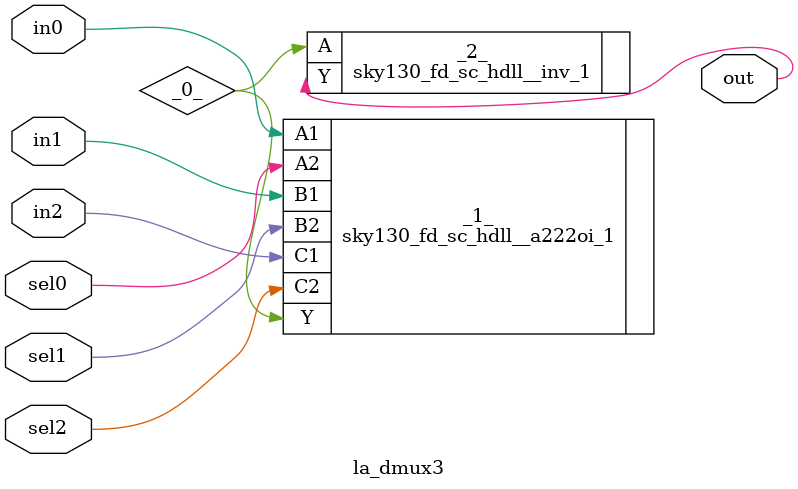
<source format=v>

/* Generated by Yosys 0.37 (git sha1 a5c7f69ed, clang 14.0.0-1ubuntu1.1 -fPIC -Os) */

module la_dmux3(sel0, sel1, sel2, in0, in1, in2, out);
  wire _0_;
  input in0;
  wire in0;
  input in1;
  wire in1;
  input in2;
  wire in2;
  output out;
  wire out;
  input sel0;
  wire sel0;
  input sel1;
  wire sel1;
  input sel2;
  wire sel2;
  sky130_fd_sc_hdll__a222oi_1 _1_ (
    .A1(in0),
    .A2(sel0),
    .B1(in1),
    .B2(sel1),
    .C1(in2),
    .C2(sel2),
    .Y(_0_)
  );
  sky130_fd_sc_hdll__inv_1 _2_ (
    .A(_0_),
    .Y(out)
  );
endmodule

</source>
